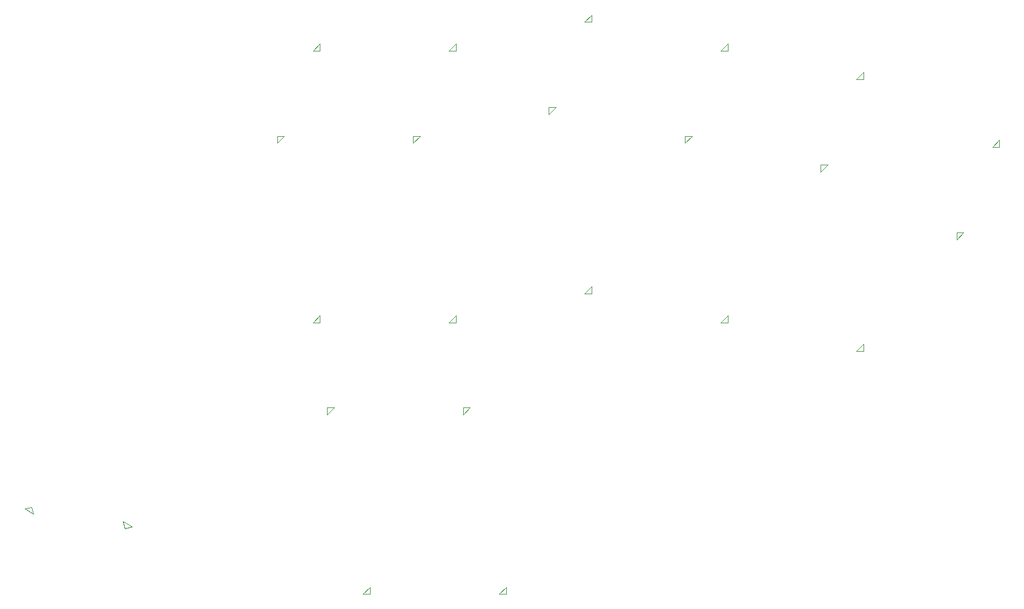
<source format=gbr>
%TF.GenerationSoftware,KiCad,Pcbnew,(5.1.10)-1*%
%TF.CreationDate,2021-08-19T22:55:08-05:00*%
%TF.ProjectId,RightHand,52696768-7448-4616-9e64-2e6b69636164,rev?*%
%TF.SameCoordinates,Original*%
%TF.FileFunction,Legend,Bot*%
%TF.FilePolarity,Positive*%
%FSLAX46Y46*%
G04 Gerber Fmt 4.6, Leading zero omitted, Abs format (unit mm)*
G04 Created by KiCad (PCBNEW (5.1.10)-1) date 2021-08-19 22:55:08*
%MOMM*%
%LPD*%
G01*
G04 APERTURE LIST*
%ADD10C,0.120000*%
G04 APERTURE END LIST*
D10*
%TO.C,KY1*%
X103000000Y-10570000D02*
X102000000Y-11570000D01*
X103000000Y-11570000D02*
X103000000Y-10570000D01*
X102000000Y-11570000D02*
X103000000Y-11570000D01*
%TO.C,KU1*%
X122000000Y-10570000D02*
X121000000Y-11570000D01*
X122000000Y-11570000D02*
X122000000Y-10570000D01*
X121000000Y-11570000D02*
X122000000Y-11570000D01*
%TO.C,KTG_D1*%
X129000000Y-86570000D02*
X128000000Y-87570000D01*
X129000000Y-87570000D02*
X129000000Y-86570000D01*
X128000000Y-87570000D02*
X129000000Y-87570000D01*
%TO.C,KTG_C1*%
X110000000Y-86570000D02*
X109000000Y-87570000D01*
X110000000Y-87570000D02*
X110000000Y-86570000D01*
X109000000Y-87570000D02*
X110000000Y-87570000D01*
%TO.C,KTG_B1*%
X124000000Y-61500000D02*
X123000000Y-61500000D01*
X123000000Y-61500000D02*
X123000000Y-62500000D01*
X123000000Y-62500000D02*
X124000000Y-61500000D01*
%TO.C,KTG_A1*%
X105000000Y-61500000D02*
X104000000Y-61500000D01*
X104000000Y-61500000D02*
X104000000Y-62500000D01*
X104000000Y-62500000D02*
X105000000Y-61500000D01*
%TO.C,KSEMICOLON1*%
X174000000Y-27500000D02*
X173000000Y-27500000D01*
X173000000Y-27500000D02*
X173000000Y-28500000D01*
X173000000Y-28500000D02*
X174000000Y-27500000D01*
%TO.C,KPERIOD1*%
X160000000Y-48570000D02*
X159000000Y-49570000D01*
X160000000Y-49570000D02*
X160000000Y-48570000D01*
X159000000Y-49570000D02*
X160000000Y-49570000D01*
%TO.C,KP1*%
X179000000Y-14570000D02*
X178000000Y-15570000D01*
X179000000Y-15570000D02*
X179000000Y-14570000D01*
X178000000Y-15570000D02*
X179000000Y-15570000D01*
%TO.C,KO1*%
X160000000Y-10570000D02*
X159000000Y-11570000D01*
X160000000Y-11570000D02*
X160000000Y-10570000D01*
X159000000Y-11570000D02*
X160000000Y-11570000D01*
%TO.C,KN1*%
X103000000Y-48570000D02*
X102000000Y-49570000D01*
X103000000Y-49570000D02*
X103000000Y-48570000D01*
X102000000Y-49570000D02*
X103000000Y-49570000D01*
%TO.C,KM1*%
X122000000Y-48570000D02*
X121000000Y-49570000D01*
X122000000Y-49570000D02*
X122000000Y-48570000D01*
X121000000Y-49570000D02*
X122000000Y-49570000D01*
%TO.C,KL1*%
X155000000Y-23500000D02*
X154000000Y-23500000D01*
X154000000Y-23500000D02*
X154000000Y-24500000D01*
X154000000Y-24500000D02*
X155000000Y-23500000D01*
%TO.C,KK1*%
X136000000Y-19500000D02*
X135000000Y-19500000D01*
X135000000Y-19500000D02*
X135000000Y-20500000D01*
X135000000Y-20500000D02*
X136000000Y-19500000D01*
%TO.C,KJ1*%
X117000000Y-23500000D02*
X116000000Y-23500000D01*
X116000000Y-23500000D02*
X116000000Y-24500000D01*
X116000000Y-24500000D02*
X117000000Y-23500000D01*
%TO.C,KI1*%
X141000000Y-6570000D02*
X140000000Y-7570000D01*
X141000000Y-7570000D02*
X141000000Y-6570000D01*
X140000000Y-7570000D02*
X141000000Y-7570000D01*
%TO.C,KH1*%
X98000000Y-23500000D02*
X97000000Y-23500000D01*
X97000000Y-23500000D02*
X97000000Y-24500000D01*
X97000000Y-24500000D02*
X98000000Y-23500000D01*
%TO.C,KFSLASH1*%
X179000000Y-52570000D02*
X178000000Y-53570000D01*
X179000000Y-53570000D02*
X179000000Y-52570000D01*
X178000000Y-53570000D02*
X179000000Y-53570000D01*
%TO.C,KENTER1*%
X193000000Y-37000000D02*
X192000000Y-37000000D01*
X192000000Y-37000000D02*
X192000000Y-38000000D01*
X192000000Y-38000000D02*
X193000000Y-37000000D01*
%TO.C,KCOMMA1*%
X141000000Y-44570000D02*
X140000000Y-45570000D01*
X141000000Y-45570000D02*
X141000000Y-44570000D01*
X140000000Y-45570000D02*
X141000000Y-45570000D01*
%TO.C,KBACKSPACE1*%
X198000000Y-24070000D02*
X197000000Y-25070000D01*
X198000000Y-25070000D02*
X198000000Y-24070000D01*
X197000000Y-25070000D02*
X198000000Y-25070000D01*
%TO.C,KT2_1*%
X75479058Y-77403470D02*
X75717592Y-78374604D01*
X75717592Y-78374604D02*
X76688726Y-78136071D01*
X76688726Y-78136071D02*
X75479058Y-77403470D01*
%TO.C,KT2_2*%
X61729576Y-75631900D02*
X62939244Y-76364501D01*
X62700710Y-75393367D02*
X61729576Y-75631900D01*
X62939244Y-76364501D02*
X62700710Y-75393367D01*
%TD*%
M02*

</source>
